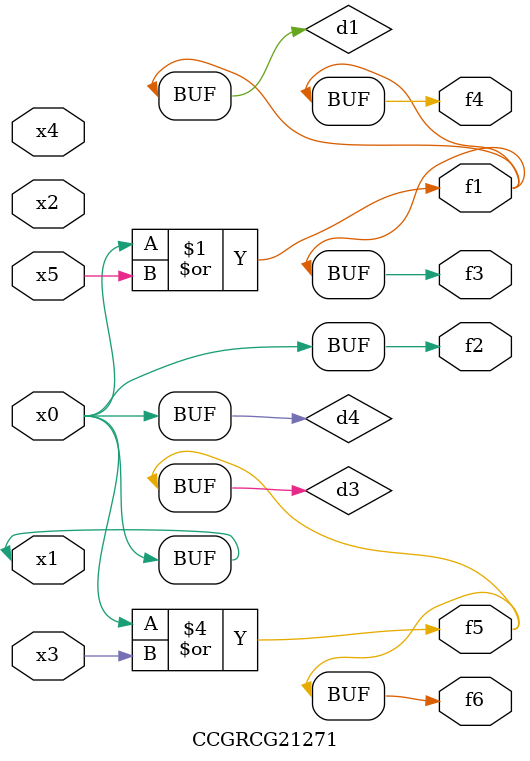
<source format=v>
module CCGRCG21271(
	input x0, x1, x2, x3, x4, x5,
	output f1, f2, f3, f4, f5, f6
);

	wire d1, d2, d3, d4;

	or (d1, x0, x5);
	xnor (d2, x1, x4);
	or (d3, x0, x3);
	buf (d4, x0, x1);
	assign f1 = d1;
	assign f2 = d4;
	assign f3 = d1;
	assign f4 = d1;
	assign f5 = d3;
	assign f6 = d3;
endmodule

</source>
